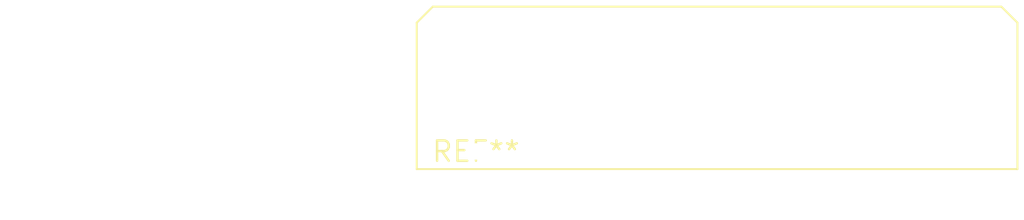
<source format=kicad_pcb>
(kicad_pcb (version 20240108) (generator pcbnew)
  (layers (0 "F.Cu" signal) (31 "B.Cu" signal) (34 "B.Paste" user) (35 "F.Paste" user) (36 "B.SilkS" user "B.Silkscreen") (37 "F.SilkS" user "F.Silkscreen") (38 "B.Mask" user) (39 "F.Mask" user) (44 "Edge.Cuts" user))
  (net 0 "")
  (footprint "Molex_Micro-Fit_3.0_43045-2200_2x11_P3.00mm_Horizontal" (layer "F.Cu") (at 0 0)
    (property "Reference" "REF**")
    (property "Value" "Molex_Micro-Fit_3.0_43045-2200_2x11_P3.00mm_Horizontal")
    (fp_line (start -3.685 -8.03) (end -2.685 -9.03) (layer "F.SilkS") (stroke (width 0.12)))
    (fp_line (start -3.685 1.1) (end -3.685 -8.03) (layer "F.SilkS") (stroke (width 0.12)))
    (fp_line (start -2.685 -9.03) (end 32.685 -9.03) (layer "F.SilkS") (stroke (width 0.12)))
    (fp_line (start 32.685 -9.03) (end 33.685 -8.03) (layer "F.SilkS") (stroke (width 0.12)))
    (fp_line (start 33.685 -8.03) (end 33.685 1.1) (layer "F.SilkS") (stroke (width 0.12)))
    (fp_line (start 33.685 1.1) (end -3.685 1.1) (layer "F.SilkS") (stroke (width 0.12)))
    (pad "" np_thru_hole circle (at 2.16 -4.32) (size 3 3) (drill 3) (layers *.Cu *.Mask))
    (pad "" np_thru_hole circle (at 27.86 -4.32) (size 3 3) (drill 3) (layers *.Cu *.Mask))
    (pad "1" thru_hole roundrect (at 0 0) (size 1.5 1.5) (drill 1.02) (layers *.Cu *.Mask) (remove_unused_layers) (roundrect_rratio 0.166667))
    (pad "2" thru_hole circle (at 3 0) (size 1.5 1.5) (drill 1.02) (layers *.Cu *.Mask) (remove_unused_layers))
    (pad "3" thru_hole circle (at 6 0) (size 1.5 1.5) (drill 1.02) (layers *.Cu *.Mask) (remove_unused_layers))
    (pad "4" thru_hole circle (at 9 0) (size 1.5 1.5) (drill 1.02) (layers *.Cu *.Mask) (remove_unused_layers))
    (pad "5" thru_hole circle (at 12 0) (size 1.5 1.5) (drill 1.02) (layers *.Cu *.Mask) (remove_unused_layers))
    (pad "6" thru_hole circle (at 15 0) (size 1.5 1.5) (drill 1.02) (layers *.Cu *.Mask) (remove_unused_layers))
    (pad "7" thru_hole circle (at 18 0) (size 1.5 1.5) (drill 1.02) (layers *.Cu *.Mask) (remove_unused_layers))
    (pad "8" thru_hole circle (at 21 0) (size 1.5 1.5) (drill 1.02) (layers *.Cu *.Mask) (remove_unused_layers))
    (pad "9" thru_hole circle (at 24 0) (size 1.5 1.5) (drill 1.02) (layers *.Cu *.Mask) (remove_unused_layers))
    (pad "10" thru_hole circle (at 27 0) (size 1.5 1.5) (drill 1.02) (layers *.Cu *.Mask) (remove_unused_layers))
    (pad "11" thru_hole circle (at 30 0) (size 1.5 1.5) (drill 1.02) (layers *.Cu *.Mask) (remove_unused_layers))
    (pad "12" thru_hole circle (at 0 3) (size 1.5 1.5) (drill 1.02) (layers *.Cu *.Mask) (remove_unused_layers))
    (pad "13" thru_hole circle (at 3 3) (size 1.5 1.5) (drill 1.02) (layers *.Cu *.Mask) (remove_unused_layers))
    (pad "14" thru_hole circle (at 6 3) (size 1.5 1.5) (drill 1.02) (layers *.Cu *.Mask) (remove_unused_layers))
    (pad "15" thru_hole circle (at 9 3) (size 1.5 1.5) (drill 1.02) (layers *.Cu *.Mask) (remove_unused_layers))
    (pad "16" thru_hole circle (at 12 3) (size 1.5 1.5) (drill 1.02) (layers *.Cu *.Mask) (remove_unused_layers))
    (pad "17" thru_hole circle (at 15 3) (size 1.5 1.5) (drill 1.02) (layers *.Cu *.Mask) (remove_unused_layers))
    (pad "18" thru_hole circle (at 18 3) (size 1.5 1.5) (drill 1.02) (layers *.Cu *.Mask) (remove_unused_layers))
    (pad "19" thru_hole circle (at 21 3) (size 1.5 1.5) (drill 1.02) (layers *.Cu *.Mask) (remove_unused_layers))
    (pad "20" thru_hole circle (at 24 3) (size 1.5 1.5) (drill 1.02) (layers *.Cu *.Mask) (remove_unused_layers))
    (pad "21" thru_hole circle (at 27 3) (size 1.5 1.5) (drill 1.02) (layers *.Cu *.Mask) (remove_unused_layers))
    (pad "22" thru_hole circle (at 30 3) (size 1.5 1.5) (drill 1.02) (layers *.Cu *.Mask) (remove_unused_layers))
  )
)
</source>
